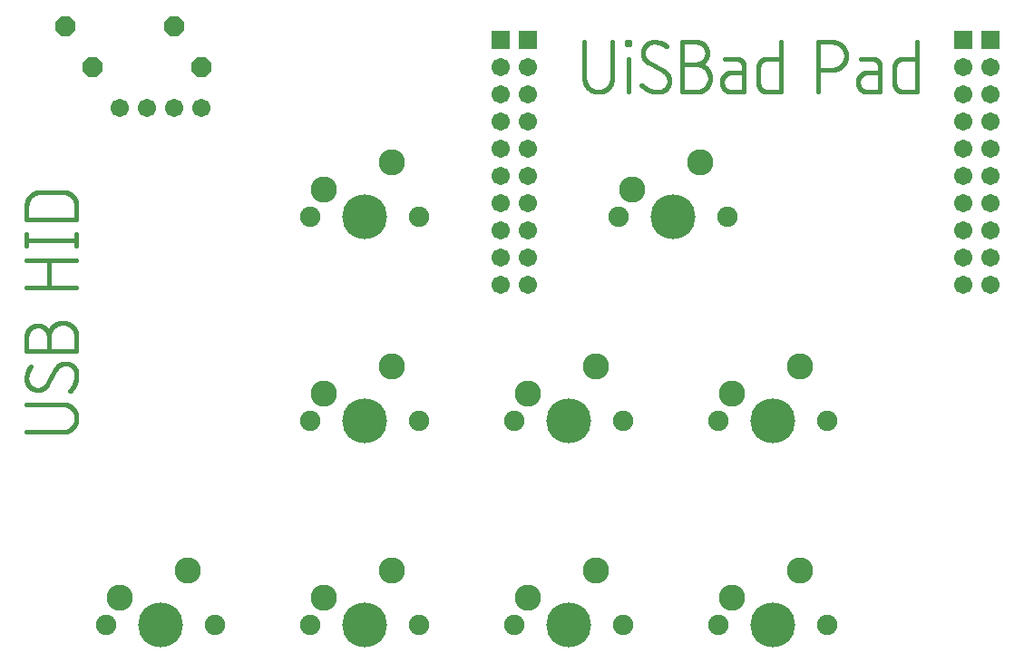
<source format=gbr>
G04 EAGLE Gerber RS-274X export*
G75*
%MOMM*%
%FSLAX34Y34*%
%LPD*%
%INSoldermask Top*%
%IPPOS*%
%AMOC8*
5,1,8,0,0,1.08239X$1,22.5*%
G01*
%ADD10C,0.406400*%
%ADD11C,2.451100*%
%ADD12C,4.191000*%
%ADD13C,1.905000*%
%ADD14P,2.034460X8X202.500000*%
%ADD15R,1.711200X1.711200*%
%ADD16C,1.711200*%


D10*
X548132Y696468D02*
X548132Y662714D01*
X548136Y662398D01*
X548147Y662082D01*
X548167Y661766D01*
X548194Y661451D01*
X548228Y661137D01*
X548270Y660824D01*
X548320Y660512D01*
X548378Y660201D01*
X548443Y659891D01*
X548515Y659584D01*
X548595Y659278D01*
X548682Y658974D01*
X548777Y658672D01*
X548879Y658373D01*
X548989Y658076D01*
X549105Y657783D01*
X549229Y657492D01*
X549359Y657204D01*
X549497Y656919D01*
X549642Y656638D01*
X549793Y656360D01*
X549951Y656087D01*
X550116Y655817D01*
X550287Y655551D01*
X550465Y655289D01*
X550649Y655032D01*
X550839Y654780D01*
X551035Y654532D01*
X551237Y654289D01*
X551445Y654051D01*
X551659Y653818D01*
X551879Y653590D01*
X552104Y653368D01*
X552334Y653152D01*
X552569Y652941D01*
X552810Y652735D01*
X553055Y652536D01*
X553305Y652343D01*
X553560Y652156D01*
X553820Y651975D01*
X554083Y651801D01*
X554351Y651633D01*
X554623Y651471D01*
X554899Y651317D01*
X555178Y651169D01*
X555461Y651027D01*
X555747Y650893D01*
X556037Y650766D01*
X556329Y650646D01*
X556624Y650533D01*
X556922Y650427D01*
X557223Y650329D01*
X557526Y650238D01*
X557830Y650154D01*
X558137Y650078D01*
X558446Y650009D01*
X558756Y649948D01*
X559068Y649894D01*
X559380Y649848D01*
X559694Y649810D01*
X560009Y649779D01*
X560324Y649756D01*
X560640Y649741D01*
X560956Y649733D01*
X561272Y649733D01*
X561588Y649741D01*
X561904Y649756D01*
X562219Y649779D01*
X562534Y649810D01*
X562848Y649848D01*
X563160Y649894D01*
X563472Y649948D01*
X563782Y650009D01*
X564091Y650078D01*
X564398Y650154D01*
X564702Y650238D01*
X565005Y650329D01*
X565306Y650427D01*
X565604Y650533D01*
X565899Y650646D01*
X566191Y650766D01*
X566481Y650893D01*
X566767Y651027D01*
X567050Y651169D01*
X567329Y651317D01*
X567605Y651471D01*
X567877Y651633D01*
X568145Y651801D01*
X568408Y651975D01*
X568668Y652156D01*
X568923Y652343D01*
X569173Y652536D01*
X569418Y652735D01*
X569659Y652941D01*
X569894Y653152D01*
X570124Y653368D01*
X570349Y653590D01*
X570569Y653818D01*
X570783Y654051D01*
X570991Y654289D01*
X571193Y654532D01*
X571389Y654780D01*
X571579Y655032D01*
X571763Y655289D01*
X571941Y655551D01*
X572112Y655817D01*
X572277Y656087D01*
X572435Y656360D01*
X572586Y656638D01*
X572731Y656919D01*
X572869Y657204D01*
X572999Y657492D01*
X573123Y657783D01*
X573239Y658076D01*
X573349Y658373D01*
X573451Y658672D01*
X573546Y658974D01*
X573633Y659278D01*
X573713Y659584D01*
X573785Y659891D01*
X573850Y660201D01*
X573908Y660512D01*
X573958Y660824D01*
X574000Y661137D01*
X574034Y661451D01*
X574061Y661766D01*
X574081Y662082D01*
X574092Y662398D01*
X574096Y662714D01*
X574096Y696468D01*
X589054Y680889D02*
X589054Y649732D01*
X587756Y693872D02*
X587756Y696468D01*
X590352Y696468D01*
X590352Y693872D01*
X587756Y693872D01*
X627437Y660118D02*
X627434Y659867D01*
X627425Y659616D01*
X627410Y659366D01*
X627389Y659116D01*
X627361Y658866D01*
X627328Y658617D01*
X627289Y658369D01*
X627244Y658123D01*
X627192Y657877D01*
X627135Y657632D01*
X627072Y657390D01*
X627003Y657148D01*
X626929Y656909D01*
X626848Y656671D01*
X626762Y656435D01*
X626670Y656201D01*
X626573Y655970D01*
X626470Y655741D01*
X626361Y655515D01*
X626247Y655291D01*
X626128Y655071D01*
X626003Y654853D01*
X625874Y654638D01*
X625739Y654426D01*
X625599Y654218D01*
X625453Y654013D01*
X625303Y653812D01*
X625149Y653614D01*
X624989Y653421D01*
X624825Y653231D01*
X624656Y653045D01*
X624483Y652863D01*
X624306Y652686D01*
X624124Y652513D01*
X623938Y652344D01*
X623748Y652180D01*
X623555Y652020D01*
X623357Y651866D01*
X623156Y651716D01*
X622951Y651570D01*
X622743Y651430D01*
X622531Y651295D01*
X622316Y651166D01*
X622098Y651041D01*
X621878Y650922D01*
X621654Y650808D01*
X621428Y650699D01*
X621199Y650596D01*
X620968Y650499D01*
X620734Y650407D01*
X620498Y650321D01*
X620260Y650240D01*
X620021Y650166D01*
X619779Y650097D01*
X619537Y650034D01*
X619292Y649977D01*
X619046Y649925D01*
X618800Y649880D01*
X618552Y649841D01*
X618303Y649808D01*
X618053Y649780D01*
X617803Y649759D01*
X617553Y649744D01*
X617302Y649735D01*
X617051Y649732D01*
X616526Y649738D01*
X616001Y649757D01*
X615477Y649788D01*
X614954Y649832D01*
X614433Y649889D01*
X613912Y649958D01*
X613393Y650039D01*
X612877Y650133D01*
X612363Y650239D01*
X611851Y650357D01*
X611343Y650488D01*
X610838Y650630D01*
X610336Y650785D01*
X609838Y650951D01*
X609345Y651130D01*
X608855Y651320D01*
X608371Y651522D01*
X607891Y651736D01*
X607417Y651960D01*
X606948Y652196D01*
X606485Y652444D01*
X606028Y652702D01*
X605577Y652971D01*
X605133Y653251D01*
X604696Y653541D01*
X604266Y653842D01*
X603843Y654153D01*
X603427Y654474D01*
X603020Y654805D01*
X602620Y655146D01*
X602229Y655496D01*
X601846Y655855D01*
X601472Y656223D01*
X602770Y686082D02*
X602773Y686333D01*
X602782Y686584D01*
X602797Y686834D01*
X602818Y687084D01*
X602846Y687334D01*
X602879Y687583D01*
X602918Y687831D01*
X602963Y688077D01*
X603015Y688323D01*
X603072Y688568D01*
X603135Y688810D01*
X603204Y689052D01*
X603278Y689291D01*
X603359Y689529D01*
X603445Y689765D01*
X603537Y689999D01*
X603634Y690230D01*
X603737Y690459D01*
X603846Y690685D01*
X603960Y690909D01*
X604079Y691129D01*
X604204Y691347D01*
X604333Y691562D01*
X604468Y691774D01*
X604608Y691982D01*
X604754Y692187D01*
X604904Y692388D01*
X605058Y692586D01*
X605218Y692779D01*
X605382Y692969D01*
X605551Y693155D01*
X605724Y693337D01*
X605901Y693514D01*
X606083Y693687D01*
X606269Y693856D01*
X606459Y694020D01*
X606652Y694180D01*
X606850Y694334D01*
X607051Y694484D01*
X607256Y694630D01*
X607464Y694770D01*
X607676Y694905D01*
X607891Y695034D01*
X608109Y695159D01*
X608329Y695278D01*
X608553Y695392D01*
X608779Y695501D01*
X609008Y695604D01*
X609240Y695701D01*
X609473Y695793D01*
X609709Y695879D01*
X609947Y695960D01*
X610186Y696034D01*
X610428Y696103D01*
X610670Y696166D01*
X610915Y696223D01*
X611161Y696275D01*
X611407Y696320D01*
X611655Y696359D01*
X611904Y696392D01*
X612154Y696420D01*
X612404Y696441D01*
X612654Y696456D01*
X612905Y696465D01*
X613156Y696468D01*
X613620Y696462D01*
X614084Y696446D01*
X614547Y696418D01*
X615010Y696380D01*
X615471Y696330D01*
X615931Y696269D01*
X616390Y696198D01*
X616846Y696115D01*
X617301Y696022D01*
X617753Y695918D01*
X618203Y695803D01*
X618650Y695677D01*
X619093Y695541D01*
X619534Y695394D01*
X619970Y695237D01*
X620403Y695069D01*
X620832Y694891D01*
X621256Y694703D01*
X621676Y694505D01*
X622091Y694297D01*
X622500Y694079D01*
X622905Y693852D01*
X623304Y693615D01*
X623697Y693368D01*
X624084Y693112D01*
X624465Y692847D01*
X624840Y692573D01*
X607963Y676995D02*
X607745Y677126D01*
X607530Y677264D01*
X607319Y677406D01*
X607111Y677553D01*
X606907Y677706D01*
X606707Y677863D01*
X606510Y678025D01*
X606318Y678192D01*
X606129Y678363D01*
X605945Y678539D01*
X605765Y678719D01*
X605590Y678903D01*
X605419Y679092D01*
X605252Y679285D01*
X605090Y679482D01*
X604933Y679682D01*
X604781Y679886D01*
X604634Y680094D01*
X604492Y680306D01*
X604355Y680521D01*
X604224Y680739D01*
X604097Y680960D01*
X603976Y681184D01*
X603861Y681411D01*
X603751Y681640D01*
X603646Y681873D01*
X603547Y682108D01*
X603454Y682345D01*
X603367Y682584D01*
X603285Y682825D01*
X603210Y683068D01*
X603140Y683313D01*
X603076Y683560D01*
X603018Y683808D01*
X602966Y684057D01*
X602920Y684308D01*
X602881Y684559D01*
X602847Y684812D01*
X602819Y685065D01*
X602798Y685319D01*
X602782Y685573D01*
X602773Y685827D01*
X602770Y686082D01*
X622243Y669206D02*
X622461Y669074D01*
X622676Y668936D01*
X622887Y668794D01*
X623095Y668647D01*
X623299Y668494D01*
X623499Y668337D01*
X623696Y668175D01*
X623888Y668008D01*
X624077Y667837D01*
X624261Y667661D01*
X624441Y667481D01*
X624616Y667297D01*
X624787Y667108D01*
X624954Y666915D01*
X625116Y666718D01*
X625273Y666518D01*
X625425Y666314D01*
X625572Y666106D01*
X625714Y665894D01*
X625851Y665679D01*
X625982Y665461D01*
X626109Y665240D01*
X626230Y665016D01*
X626345Y664789D01*
X626455Y664560D01*
X626560Y664327D01*
X626659Y664093D01*
X626752Y663855D01*
X626839Y663616D01*
X626921Y663375D01*
X626996Y663132D01*
X627066Y662887D01*
X627130Y662640D01*
X627188Y662392D01*
X627240Y662143D01*
X627286Y661892D01*
X627325Y661641D01*
X627359Y661388D01*
X627387Y661135D01*
X627408Y660881D01*
X627424Y660627D01*
X627433Y660373D01*
X627436Y660118D01*
X622244Y669205D02*
X607963Y676995D01*
X639478Y675696D02*
X652460Y675696D01*
X652776Y675692D01*
X653092Y675681D01*
X653408Y675661D01*
X653723Y675634D01*
X654037Y675600D01*
X654350Y675558D01*
X654662Y675508D01*
X654973Y675450D01*
X655283Y675385D01*
X655590Y675313D01*
X655896Y675233D01*
X656200Y675146D01*
X656502Y675051D01*
X656801Y674949D01*
X657098Y674839D01*
X657391Y674723D01*
X657682Y674599D01*
X657970Y674469D01*
X658255Y674331D01*
X658536Y674186D01*
X658814Y674035D01*
X659087Y673877D01*
X659357Y673712D01*
X659623Y673541D01*
X659885Y673363D01*
X660142Y673179D01*
X660394Y672989D01*
X660642Y672793D01*
X660885Y672591D01*
X661123Y672383D01*
X661356Y672169D01*
X661584Y671949D01*
X661806Y671724D01*
X662022Y671494D01*
X662233Y671259D01*
X662439Y671018D01*
X662638Y670773D01*
X662831Y670523D01*
X663018Y670268D01*
X663199Y670008D01*
X663373Y669745D01*
X663541Y669477D01*
X663703Y669205D01*
X663857Y668929D01*
X664005Y668650D01*
X664147Y668367D01*
X664281Y668081D01*
X664408Y667791D01*
X664528Y667499D01*
X664641Y667204D01*
X664747Y666906D01*
X664845Y666605D01*
X664936Y666302D01*
X665020Y665998D01*
X665096Y665691D01*
X665165Y665382D01*
X665226Y665072D01*
X665280Y664760D01*
X665326Y664448D01*
X665364Y664134D01*
X665395Y663819D01*
X665418Y663504D01*
X665433Y663188D01*
X665441Y662872D01*
X665441Y662556D01*
X665433Y662240D01*
X665418Y661924D01*
X665395Y661609D01*
X665364Y661294D01*
X665326Y660980D01*
X665280Y660668D01*
X665226Y660356D01*
X665165Y660046D01*
X665096Y659737D01*
X665020Y659430D01*
X664936Y659126D01*
X664845Y658823D01*
X664747Y658522D01*
X664641Y658224D01*
X664528Y657929D01*
X664408Y657637D01*
X664281Y657347D01*
X664147Y657061D01*
X664005Y656778D01*
X663857Y656499D01*
X663703Y656223D01*
X663541Y655951D01*
X663373Y655683D01*
X663199Y655420D01*
X663018Y655160D01*
X662831Y654905D01*
X662638Y654655D01*
X662439Y654410D01*
X662233Y654169D01*
X662022Y653934D01*
X661806Y653704D01*
X661584Y653479D01*
X661356Y653259D01*
X661123Y653045D01*
X660885Y652837D01*
X660642Y652635D01*
X660394Y652439D01*
X660142Y652249D01*
X659885Y652065D01*
X659623Y651887D01*
X659357Y651716D01*
X659087Y651551D01*
X658814Y651393D01*
X658536Y651242D01*
X658255Y651097D01*
X657970Y650959D01*
X657682Y650829D01*
X657391Y650705D01*
X657098Y650589D01*
X656801Y650479D01*
X656502Y650377D01*
X656200Y650282D01*
X655896Y650195D01*
X655590Y650115D01*
X655283Y650043D01*
X654973Y649978D01*
X654662Y649920D01*
X654350Y649870D01*
X654037Y649828D01*
X653723Y649794D01*
X653408Y649767D01*
X653092Y649747D01*
X652776Y649736D01*
X652460Y649732D01*
X639478Y649732D01*
X639478Y696468D01*
X652460Y696468D01*
X652713Y696465D01*
X652966Y696456D01*
X653218Y696440D01*
X653470Y696419D01*
X653722Y696391D01*
X653972Y696357D01*
X654222Y696317D01*
X654471Y696272D01*
X654718Y696220D01*
X654964Y696162D01*
X655209Y696098D01*
X655452Y696028D01*
X655693Y695952D01*
X655933Y695870D01*
X656170Y695783D01*
X656405Y695689D01*
X656638Y695591D01*
X656868Y695486D01*
X657096Y695376D01*
X657321Y695260D01*
X657543Y695139D01*
X657762Y695013D01*
X657978Y694881D01*
X658191Y694744D01*
X658400Y694602D01*
X658606Y694455D01*
X658808Y694302D01*
X659006Y694145D01*
X659200Y693984D01*
X659391Y693817D01*
X659577Y693646D01*
X659759Y693471D01*
X659937Y693291D01*
X660110Y693106D01*
X660279Y692918D01*
X660443Y692726D01*
X660603Y692529D01*
X660757Y692329D01*
X660907Y692125D01*
X661051Y691918D01*
X661191Y691707D01*
X661325Y691492D01*
X661455Y691275D01*
X661578Y691054D01*
X661697Y690831D01*
X661810Y690605D01*
X661917Y690376D01*
X662019Y690144D01*
X662115Y689910D01*
X662205Y689674D01*
X662290Y689435D01*
X662368Y689195D01*
X662441Y688953D01*
X662508Y688709D01*
X662569Y688464D01*
X662624Y688217D01*
X662673Y687968D01*
X662716Y687719D01*
X662753Y687469D01*
X662784Y687218D01*
X662808Y686966D01*
X662827Y686714D01*
X662839Y686461D01*
X662845Y686208D01*
X662845Y685956D01*
X662839Y685703D01*
X662827Y685450D01*
X662808Y685198D01*
X662784Y684946D01*
X662753Y684695D01*
X662716Y684445D01*
X662673Y684196D01*
X662624Y683947D01*
X662569Y683700D01*
X662508Y683455D01*
X662441Y683211D01*
X662368Y682969D01*
X662290Y682729D01*
X662205Y682490D01*
X662115Y682254D01*
X662019Y682020D01*
X661917Y681788D01*
X661810Y681559D01*
X661697Y681333D01*
X661578Y681110D01*
X661455Y680889D01*
X661325Y680672D01*
X661191Y680457D01*
X661051Y680246D01*
X660907Y680039D01*
X660757Y679835D01*
X660603Y679635D01*
X660443Y679438D01*
X660279Y679246D01*
X660110Y679058D01*
X659937Y678873D01*
X659759Y678693D01*
X659577Y678518D01*
X659391Y678347D01*
X659200Y678180D01*
X659006Y678019D01*
X658808Y677862D01*
X658606Y677709D01*
X658400Y677562D01*
X658191Y677420D01*
X657978Y677283D01*
X657762Y677151D01*
X657543Y677025D01*
X657321Y676904D01*
X657096Y676788D01*
X656868Y676678D01*
X656638Y676573D01*
X656405Y676475D01*
X656170Y676381D01*
X655933Y676294D01*
X655693Y676212D01*
X655452Y676136D01*
X655209Y676066D01*
X654964Y676002D01*
X654718Y675944D01*
X654471Y675892D01*
X654222Y675847D01*
X653972Y675807D01*
X653722Y675773D01*
X653470Y675745D01*
X653218Y675724D01*
X652966Y675708D01*
X652713Y675699D01*
X652460Y675696D01*
X685578Y667907D02*
X697262Y667907D01*
X685578Y667908D02*
X685357Y667905D01*
X685136Y667897D01*
X684915Y667884D01*
X684694Y667865D01*
X684474Y667841D01*
X684255Y667811D01*
X684036Y667776D01*
X683819Y667736D01*
X683602Y667691D01*
X683387Y667640D01*
X683172Y667584D01*
X682960Y667523D01*
X682749Y667456D01*
X682539Y667385D01*
X682331Y667308D01*
X682126Y667227D01*
X681922Y667140D01*
X681721Y667049D01*
X681521Y666952D01*
X681324Y666851D01*
X681130Y666745D01*
X680939Y666635D01*
X680750Y666519D01*
X680564Y666399D01*
X680380Y666275D01*
X680200Y666146D01*
X680024Y666013D01*
X679850Y665876D01*
X679680Y665734D01*
X679513Y665588D01*
X679350Y665439D01*
X679191Y665285D01*
X679036Y665128D01*
X678884Y664967D01*
X678736Y664802D01*
X678593Y664633D01*
X678453Y664462D01*
X678318Y664286D01*
X678187Y664108D01*
X678060Y663926D01*
X677938Y663742D01*
X677821Y663554D01*
X677708Y663364D01*
X677599Y663171D01*
X677496Y662975D01*
X677397Y662777D01*
X677303Y662577D01*
X677214Y662374D01*
X677130Y662170D01*
X677051Y661963D01*
X676977Y661754D01*
X676908Y661544D01*
X676844Y661332D01*
X676786Y661119D01*
X676732Y660904D01*
X676684Y660688D01*
X676641Y660471D01*
X676604Y660253D01*
X676571Y660034D01*
X676545Y659814D01*
X676523Y659594D01*
X676507Y659373D01*
X676496Y659152D01*
X676491Y658931D01*
X676491Y658709D01*
X676496Y658488D01*
X676507Y658267D01*
X676523Y658046D01*
X676545Y657826D01*
X676571Y657606D01*
X676604Y657387D01*
X676641Y657169D01*
X676684Y656952D01*
X676732Y656736D01*
X676786Y656521D01*
X676844Y656308D01*
X676908Y656096D01*
X676977Y655886D01*
X677051Y655677D01*
X677130Y655470D01*
X677214Y655266D01*
X677303Y655063D01*
X677397Y654863D01*
X677496Y654665D01*
X677599Y654469D01*
X677708Y654276D01*
X677821Y654086D01*
X677938Y653898D01*
X678060Y653714D01*
X678187Y653532D01*
X678318Y653354D01*
X678453Y653178D01*
X678593Y653007D01*
X678736Y652838D01*
X678884Y652673D01*
X679036Y652512D01*
X679191Y652355D01*
X679350Y652201D01*
X679513Y652052D01*
X679680Y651906D01*
X679850Y651764D01*
X680024Y651627D01*
X680200Y651494D01*
X680380Y651365D01*
X680564Y651241D01*
X680750Y651121D01*
X680939Y651005D01*
X681130Y650895D01*
X681324Y650789D01*
X681521Y650688D01*
X681721Y650591D01*
X681922Y650500D01*
X682126Y650413D01*
X682331Y650332D01*
X682539Y650255D01*
X682749Y650184D01*
X682960Y650117D01*
X683172Y650056D01*
X683387Y650000D01*
X683602Y649949D01*
X683819Y649904D01*
X684036Y649864D01*
X684255Y649829D01*
X684474Y649799D01*
X684694Y649775D01*
X684915Y649756D01*
X685136Y649743D01*
X685357Y649735D01*
X685578Y649732D01*
X697262Y649732D01*
X697262Y673100D01*
X697260Y673288D01*
X697253Y673476D01*
X697242Y673664D01*
X697226Y673852D01*
X697205Y674039D01*
X697180Y674225D01*
X697151Y674411D01*
X697117Y674596D01*
X697078Y674781D01*
X697036Y674964D01*
X696988Y675146D01*
X696937Y675327D01*
X696881Y675507D01*
X696820Y675685D01*
X696756Y675862D01*
X696687Y676037D01*
X696614Y676211D01*
X696537Y676382D01*
X696455Y676552D01*
X696370Y676720D01*
X696280Y676885D01*
X696187Y677049D01*
X696090Y677210D01*
X695988Y677368D01*
X695883Y677525D01*
X695774Y677678D01*
X695662Y677829D01*
X695546Y677977D01*
X695426Y678123D01*
X695303Y678265D01*
X695177Y678404D01*
X695047Y678541D01*
X694914Y678674D01*
X694777Y678804D01*
X694638Y678930D01*
X694496Y679053D01*
X694350Y679173D01*
X694202Y679289D01*
X694051Y679401D01*
X693898Y679510D01*
X693741Y679615D01*
X693583Y679717D01*
X693422Y679814D01*
X693258Y679907D01*
X693093Y679997D01*
X692925Y680082D01*
X692755Y680164D01*
X692584Y680241D01*
X692410Y680314D01*
X692235Y680383D01*
X692058Y680447D01*
X691880Y680508D01*
X691700Y680564D01*
X691519Y680615D01*
X691337Y680663D01*
X691154Y680705D01*
X690969Y680744D01*
X690784Y680778D01*
X690598Y680807D01*
X690412Y680832D01*
X690225Y680853D01*
X690037Y680869D01*
X689849Y680880D01*
X689661Y680887D01*
X689473Y680889D01*
X679087Y680889D01*
X731552Y696468D02*
X731552Y649732D01*
X718570Y649732D01*
X718382Y649734D01*
X718194Y649741D01*
X718006Y649752D01*
X717818Y649768D01*
X717631Y649789D01*
X717445Y649814D01*
X717259Y649843D01*
X717074Y649877D01*
X716889Y649916D01*
X716706Y649958D01*
X716524Y650006D01*
X716343Y650057D01*
X716163Y650113D01*
X715985Y650174D01*
X715808Y650238D01*
X715633Y650307D01*
X715459Y650380D01*
X715288Y650457D01*
X715118Y650539D01*
X714950Y650624D01*
X714785Y650714D01*
X714621Y650807D01*
X714460Y650904D01*
X714302Y651006D01*
X714145Y651111D01*
X713992Y651220D01*
X713841Y651332D01*
X713693Y651448D01*
X713547Y651568D01*
X713405Y651691D01*
X713266Y651817D01*
X713129Y651947D01*
X712996Y652080D01*
X712866Y652217D01*
X712740Y652356D01*
X712617Y652498D01*
X712497Y652644D01*
X712381Y652792D01*
X712269Y652943D01*
X712160Y653096D01*
X712055Y653253D01*
X711953Y653411D01*
X711856Y653572D01*
X711763Y653736D01*
X711673Y653901D01*
X711588Y654069D01*
X711506Y654239D01*
X711429Y654410D01*
X711356Y654584D01*
X711287Y654759D01*
X711223Y654936D01*
X711162Y655114D01*
X711106Y655294D01*
X711055Y655475D01*
X711007Y655657D01*
X710965Y655840D01*
X710926Y656025D01*
X710892Y656210D01*
X710863Y656396D01*
X710838Y656582D01*
X710817Y656769D01*
X710801Y656957D01*
X710790Y657145D01*
X710783Y657333D01*
X710781Y657521D01*
X710781Y673100D01*
X710783Y673288D01*
X710790Y673476D01*
X710801Y673664D01*
X710817Y673852D01*
X710838Y674039D01*
X710863Y674225D01*
X710892Y674411D01*
X710926Y674596D01*
X710965Y674781D01*
X711007Y674964D01*
X711055Y675146D01*
X711106Y675327D01*
X711162Y675507D01*
X711223Y675685D01*
X711287Y675862D01*
X711356Y676037D01*
X711429Y676211D01*
X711506Y676382D01*
X711588Y676552D01*
X711673Y676720D01*
X711763Y676885D01*
X711856Y677049D01*
X711953Y677210D01*
X712055Y677368D01*
X712160Y677525D01*
X712269Y677678D01*
X712381Y677829D01*
X712497Y677977D01*
X712617Y678123D01*
X712740Y678265D01*
X712866Y678404D01*
X712996Y678541D01*
X713129Y678674D01*
X713266Y678804D01*
X713405Y678930D01*
X713547Y679053D01*
X713693Y679173D01*
X713841Y679289D01*
X713992Y679401D01*
X714145Y679510D01*
X714302Y679615D01*
X714460Y679717D01*
X714621Y679814D01*
X714785Y679907D01*
X714950Y679997D01*
X715118Y680082D01*
X715288Y680164D01*
X715459Y680241D01*
X715633Y680314D01*
X715808Y680383D01*
X715985Y680447D01*
X716163Y680508D01*
X716343Y680564D01*
X716524Y680615D01*
X716706Y680663D01*
X716889Y680705D01*
X717074Y680744D01*
X717259Y680778D01*
X717445Y680807D01*
X717631Y680832D01*
X717818Y680853D01*
X718006Y680869D01*
X718194Y680880D01*
X718382Y680887D01*
X718570Y680889D01*
X731552Y680889D01*
X766478Y696468D02*
X766478Y649732D01*
X766478Y696468D02*
X779460Y696468D01*
X779776Y696464D01*
X780092Y696453D01*
X780408Y696433D01*
X780723Y696406D01*
X781037Y696372D01*
X781350Y696330D01*
X781662Y696280D01*
X781973Y696222D01*
X782283Y696157D01*
X782590Y696085D01*
X782896Y696005D01*
X783200Y695918D01*
X783502Y695823D01*
X783801Y695721D01*
X784098Y695611D01*
X784391Y695495D01*
X784682Y695371D01*
X784970Y695241D01*
X785255Y695103D01*
X785536Y694958D01*
X785814Y694807D01*
X786087Y694649D01*
X786357Y694484D01*
X786623Y694313D01*
X786885Y694135D01*
X787142Y693951D01*
X787394Y693761D01*
X787642Y693565D01*
X787885Y693363D01*
X788123Y693155D01*
X788356Y692941D01*
X788584Y692721D01*
X788806Y692496D01*
X789022Y692266D01*
X789233Y692031D01*
X789439Y691790D01*
X789638Y691545D01*
X789831Y691295D01*
X790018Y691040D01*
X790199Y690780D01*
X790373Y690517D01*
X790541Y690249D01*
X790703Y689977D01*
X790857Y689701D01*
X791005Y689422D01*
X791147Y689139D01*
X791281Y688853D01*
X791408Y688563D01*
X791528Y688271D01*
X791641Y687976D01*
X791747Y687678D01*
X791845Y687377D01*
X791936Y687074D01*
X792020Y686770D01*
X792096Y686463D01*
X792165Y686154D01*
X792226Y685844D01*
X792280Y685532D01*
X792326Y685220D01*
X792364Y684906D01*
X792395Y684591D01*
X792418Y684276D01*
X792433Y683960D01*
X792441Y683644D01*
X792441Y683328D01*
X792433Y683012D01*
X792418Y682696D01*
X792395Y682381D01*
X792364Y682066D01*
X792326Y681752D01*
X792280Y681440D01*
X792226Y681128D01*
X792165Y680818D01*
X792096Y680509D01*
X792020Y680202D01*
X791936Y679898D01*
X791845Y679595D01*
X791747Y679294D01*
X791641Y678996D01*
X791528Y678701D01*
X791408Y678409D01*
X791281Y678119D01*
X791147Y677833D01*
X791005Y677550D01*
X790857Y677271D01*
X790703Y676995D01*
X790541Y676723D01*
X790373Y676455D01*
X790199Y676192D01*
X790018Y675932D01*
X789831Y675677D01*
X789638Y675427D01*
X789439Y675182D01*
X789233Y674941D01*
X789022Y674706D01*
X788806Y674476D01*
X788584Y674251D01*
X788356Y674031D01*
X788123Y673817D01*
X787885Y673609D01*
X787642Y673407D01*
X787394Y673211D01*
X787142Y673021D01*
X786885Y672837D01*
X786623Y672659D01*
X786357Y672488D01*
X786087Y672323D01*
X785814Y672165D01*
X785536Y672014D01*
X785255Y671869D01*
X784970Y671731D01*
X784682Y671601D01*
X784391Y671477D01*
X784098Y671361D01*
X783801Y671251D01*
X783502Y671149D01*
X783200Y671054D01*
X782896Y670967D01*
X782590Y670887D01*
X782283Y670815D01*
X781973Y670750D01*
X781662Y670692D01*
X781350Y670642D01*
X781037Y670600D01*
X780723Y670566D01*
X780408Y670539D01*
X780092Y670519D01*
X779776Y670508D01*
X779460Y670504D01*
X766478Y670504D01*
X812578Y667907D02*
X824262Y667907D01*
X812578Y667908D02*
X812357Y667905D01*
X812136Y667897D01*
X811915Y667884D01*
X811694Y667865D01*
X811474Y667841D01*
X811255Y667811D01*
X811036Y667776D01*
X810819Y667736D01*
X810602Y667691D01*
X810387Y667640D01*
X810172Y667584D01*
X809960Y667523D01*
X809749Y667456D01*
X809539Y667385D01*
X809331Y667308D01*
X809126Y667227D01*
X808922Y667140D01*
X808721Y667049D01*
X808521Y666952D01*
X808324Y666851D01*
X808130Y666745D01*
X807939Y666635D01*
X807750Y666519D01*
X807564Y666399D01*
X807380Y666275D01*
X807200Y666146D01*
X807024Y666013D01*
X806850Y665876D01*
X806680Y665734D01*
X806513Y665588D01*
X806350Y665439D01*
X806191Y665285D01*
X806036Y665128D01*
X805884Y664967D01*
X805736Y664802D01*
X805593Y664633D01*
X805453Y664462D01*
X805318Y664286D01*
X805187Y664108D01*
X805060Y663926D01*
X804938Y663742D01*
X804821Y663554D01*
X804708Y663364D01*
X804599Y663171D01*
X804496Y662975D01*
X804397Y662777D01*
X804303Y662577D01*
X804214Y662374D01*
X804130Y662170D01*
X804051Y661963D01*
X803977Y661754D01*
X803908Y661544D01*
X803844Y661332D01*
X803786Y661119D01*
X803732Y660904D01*
X803684Y660688D01*
X803641Y660471D01*
X803604Y660253D01*
X803571Y660034D01*
X803545Y659814D01*
X803523Y659594D01*
X803507Y659373D01*
X803496Y659152D01*
X803491Y658931D01*
X803491Y658709D01*
X803496Y658488D01*
X803507Y658267D01*
X803523Y658046D01*
X803545Y657826D01*
X803571Y657606D01*
X803604Y657387D01*
X803641Y657169D01*
X803684Y656952D01*
X803732Y656736D01*
X803786Y656521D01*
X803844Y656308D01*
X803908Y656096D01*
X803977Y655886D01*
X804051Y655677D01*
X804130Y655470D01*
X804214Y655266D01*
X804303Y655063D01*
X804397Y654863D01*
X804496Y654665D01*
X804599Y654469D01*
X804708Y654276D01*
X804821Y654086D01*
X804938Y653898D01*
X805060Y653714D01*
X805187Y653532D01*
X805318Y653354D01*
X805453Y653178D01*
X805593Y653007D01*
X805736Y652838D01*
X805884Y652673D01*
X806036Y652512D01*
X806191Y652355D01*
X806350Y652201D01*
X806513Y652052D01*
X806680Y651906D01*
X806850Y651764D01*
X807024Y651627D01*
X807200Y651494D01*
X807380Y651365D01*
X807564Y651241D01*
X807750Y651121D01*
X807939Y651005D01*
X808130Y650895D01*
X808324Y650789D01*
X808521Y650688D01*
X808721Y650591D01*
X808922Y650500D01*
X809126Y650413D01*
X809331Y650332D01*
X809539Y650255D01*
X809749Y650184D01*
X809960Y650117D01*
X810172Y650056D01*
X810387Y650000D01*
X810602Y649949D01*
X810819Y649904D01*
X811036Y649864D01*
X811255Y649829D01*
X811474Y649799D01*
X811694Y649775D01*
X811915Y649756D01*
X812136Y649743D01*
X812357Y649735D01*
X812578Y649732D01*
X824262Y649732D01*
X824262Y673100D01*
X824260Y673288D01*
X824253Y673476D01*
X824242Y673664D01*
X824226Y673852D01*
X824205Y674039D01*
X824180Y674225D01*
X824151Y674411D01*
X824117Y674596D01*
X824078Y674781D01*
X824036Y674964D01*
X823988Y675146D01*
X823937Y675327D01*
X823881Y675507D01*
X823820Y675685D01*
X823756Y675862D01*
X823687Y676037D01*
X823614Y676211D01*
X823537Y676382D01*
X823455Y676552D01*
X823370Y676720D01*
X823280Y676885D01*
X823187Y677049D01*
X823090Y677210D01*
X822988Y677368D01*
X822883Y677525D01*
X822774Y677678D01*
X822662Y677829D01*
X822546Y677977D01*
X822426Y678123D01*
X822303Y678265D01*
X822177Y678404D01*
X822047Y678541D01*
X821914Y678674D01*
X821777Y678804D01*
X821638Y678930D01*
X821496Y679053D01*
X821350Y679173D01*
X821202Y679289D01*
X821051Y679401D01*
X820898Y679510D01*
X820741Y679615D01*
X820583Y679717D01*
X820422Y679814D01*
X820258Y679907D01*
X820093Y679997D01*
X819925Y680082D01*
X819755Y680164D01*
X819584Y680241D01*
X819410Y680314D01*
X819235Y680383D01*
X819058Y680447D01*
X818880Y680508D01*
X818700Y680564D01*
X818519Y680615D01*
X818337Y680663D01*
X818154Y680705D01*
X817969Y680744D01*
X817784Y680778D01*
X817598Y680807D01*
X817412Y680832D01*
X817225Y680853D01*
X817037Y680869D01*
X816849Y680880D01*
X816661Y680887D01*
X816473Y680889D01*
X806087Y680889D01*
X858552Y696468D02*
X858552Y649732D01*
X845570Y649732D01*
X845382Y649734D01*
X845194Y649741D01*
X845006Y649752D01*
X844818Y649768D01*
X844631Y649789D01*
X844445Y649814D01*
X844259Y649843D01*
X844074Y649877D01*
X843889Y649916D01*
X843706Y649958D01*
X843524Y650006D01*
X843343Y650057D01*
X843163Y650113D01*
X842985Y650174D01*
X842808Y650238D01*
X842633Y650307D01*
X842459Y650380D01*
X842288Y650457D01*
X842118Y650539D01*
X841950Y650624D01*
X841785Y650714D01*
X841621Y650807D01*
X841460Y650904D01*
X841302Y651006D01*
X841145Y651111D01*
X840992Y651220D01*
X840841Y651332D01*
X840693Y651448D01*
X840547Y651568D01*
X840405Y651691D01*
X840266Y651817D01*
X840129Y651947D01*
X839996Y652080D01*
X839866Y652217D01*
X839740Y652356D01*
X839617Y652498D01*
X839497Y652644D01*
X839381Y652792D01*
X839269Y652943D01*
X839160Y653096D01*
X839055Y653253D01*
X838953Y653411D01*
X838856Y653572D01*
X838763Y653736D01*
X838673Y653901D01*
X838588Y654069D01*
X838506Y654239D01*
X838429Y654410D01*
X838356Y654584D01*
X838287Y654759D01*
X838223Y654936D01*
X838162Y655114D01*
X838106Y655294D01*
X838055Y655475D01*
X838007Y655657D01*
X837965Y655840D01*
X837926Y656025D01*
X837892Y656210D01*
X837863Y656396D01*
X837838Y656582D01*
X837817Y656769D01*
X837801Y656957D01*
X837790Y657145D01*
X837783Y657333D01*
X837781Y657521D01*
X837781Y673100D01*
X837783Y673288D01*
X837790Y673476D01*
X837801Y673664D01*
X837817Y673852D01*
X837838Y674039D01*
X837863Y674225D01*
X837892Y674411D01*
X837926Y674596D01*
X837965Y674781D01*
X838007Y674964D01*
X838055Y675146D01*
X838106Y675327D01*
X838162Y675507D01*
X838223Y675685D01*
X838287Y675862D01*
X838356Y676037D01*
X838429Y676211D01*
X838506Y676382D01*
X838588Y676552D01*
X838673Y676720D01*
X838763Y676885D01*
X838856Y677049D01*
X838953Y677210D01*
X839055Y677368D01*
X839160Y677525D01*
X839269Y677678D01*
X839381Y677829D01*
X839497Y677977D01*
X839617Y678123D01*
X839740Y678265D01*
X839866Y678404D01*
X839996Y678541D01*
X840129Y678674D01*
X840266Y678804D01*
X840405Y678930D01*
X840547Y679053D01*
X840693Y679173D01*
X840841Y679289D01*
X840992Y679401D01*
X841145Y679510D01*
X841302Y679615D01*
X841460Y679717D01*
X841621Y679814D01*
X841785Y679907D01*
X841950Y679997D01*
X842118Y680082D01*
X842288Y680164D01*
X842459Y680241D01*
X842633Y680314D01*
X842808Y680383D01*
X842985Y680447D01*
X843163Y680508D01*
X843343Y680564D01*
X843524Y680615D01*
X843706Y680663D01*
X843889Y680705D01*
X844074Y680744D01*
X844259Y680778D01*
X844445Y680807D01*
X844631Y680832D01*
X844818Y680853D01*
X845006Y680869D01*
X845194Y680880D01*
X845382Y680887D01*
X845570Y680889D01*
X858552Y680889D01*
X61186Y332232D02*
X27432Y332232D01*
X61186Y332232D02*
X61502Y332236D01*
X61818Y332247D01*
X62134Y332267D01*
X62449Y332294D01*
X62763Y332328D01*
X63076Y332370D01*
X63388Y332420D01*
X63699Y332478D01*
X64009Y332543D01*
X64316Y332615D01*
X64622Y332695D01*
X64926Y332782D01*
X65228Y332877D01*
X65527Y332979D01*
X65824Y333089D01*
X66117Y333205D01*
X66408Y333329D01*
X66696Y333459D01*
X66981Y333597D01*
X67262Y333742D01*
X67540Y333893D01*
X67813Y334051D01*
X68083Y334216D01*
X68349Y334387D01*
X68611Y334565D01*
X68868Y334749D01*
X69120Y334939D01*
X69368Y335135D01*
X69611Y335337D01*
X69849Y335545D01*
X70082Y335759D01*
X70310Y335979D01*
X70532Y336204D01*
X70748Y336434D01*
X70959Y336669D01*
X71165Y336910D01*
X71364Y337155D01*
X71557Y337405D01*
X71744Y337660D01*
X71925Y337920D01*
X72099Y338183D01*
X72267Y338451D01*
X72429Y338723D01*
X72583Y338999D01*
X72731Y339278D01*
X72873Y339561D01*
X73007Y339847D01*
X73134Y340137D01*
X73254Y340429D01*
X73367Y340724D01*
X73473Y341022D01*
X73571Y341323D01*
X73662Y341626D01*
X73746Y341930D01*
X73822Y342237D01*
X73891Y342546D01*
X73952Y342856D01*
X74006Y343168D01*
X74052Y343480D01*
X74090Y343794D01*
X74121Y344109D01*
X74144Y344424D01*
X74159Y344740D01*
X74167Y345056D01*
X74167Y345372D01*
X74159Y345688D01*
X74144Y346004D01*
X74121Y346319D01*
X74090Y346634D01*
X74052Y346948D01*
X74006Y347260D01*
X73952Y347572D01*
X73891Y347882D01*
X73822Y348191D01*
X73746Y348498D01*
X73662Y348802D01*
X73571Y349105D01*
X73473Y349406D01*
X73367Y349704D01*
X73254Y349999D01*
X73134Y350291D01*
X73007Y350581D01*
X72873Y350867D01*
X72731Y351150D01*
X72583Y351429D01*
X72429Y351705D01*
X72267Y351977D01*
X72099Y352245D01*
X71925Y352508D01*
X71744Y352768D01*
X71557Y353023D01*
X71364Y353273D01*
X71165Y353518D01*
X70959Y353759D01*
X70748Y353994D01*
X70532Y354224D01*
X70310Y354449D01*
X70082Y354669D01*
X69849Y354883D01*
X69611Y355091D01*
X69368Y355293D01*
X69120Y355489D01*
X68868Y355679D01*
X68611Y355863D01*
X68349Y356041D01*
X68083Y356212D01*
X67813Y356377D01*
X67540Y356535D01*
X67262Y356686D01*
X66981Y356831D01*
X66696Y356969D01*
X66408Y357099D01*
X66117Y357223D01*
X65824Y357339D01*
X65527Y357449D01*
X65228Y357551D01*
X64926Y357646D01*
X64622Y357733D01*
X64316Y357813D01*
X64009Y357885D01*
X63699Y357950D01*
X63388Y358008D01*
X63076Y358058D01*
X62763Y358100D01*
X62449Y358134D01*
X62134Y358161D01*
X61818Y358181D01*
X61502Y358192D01*
X61186Y358196D01*
X27432Y358196D01*
X63782Y396297D02*
X64033Y396294D01*
X64284Y396285D01*
X64534Y396270D01*
X64784Y396249D01*
X65034Y396221D01*
X65283Y396188D01*
X65531Y396149D01*
X65777Y396104D01*
X66023Y396052D01*
X66268Y395995D01*
X66510Y395932D01*
X66752Y395863D01*
X66991Y395789D01*
X67229Y395708D01*
X67465Y395622D01*
X67699Y395530D01*
X67930Y395433D01*
X68159Y395330D01*
X68385Y395221D01*
X68609Y395107D01*
X68829Y394988D01*
X69047Y394863D01*
X69262Y394734D01*
X69474Y394599D01*
X69682Y394459D01*
X69887Y394313D01*
X70088Y394163D01*
X70286Y394009D01*
X70479Y393849D01*
X70669Y393685D01*
X70855Y393516D01*
X71037Y393343D01*
X71214Y393166D01*
X71387Y392984D01*
X71556Y392798D01*
X71720Y392608D01*
X71880Y392415D01*
X72034Y392217D01*
X72184Y392016D01*
X72330Y391811D01*
X72470Y391603D01*
X72605Y391391D01*
X72734Y391176D01*
X72859Y390958D01*
X72978Y390738D01*
X73092Y390514D01*
X73201Y390288D01*
X73304Y390059D01*
X73401Y389828D01*
X73493Y389594D01*
X73579Y389358D01*
X73660Y389120D01*
X73734Y388881D01*
X73803Y388639D01*
X73866Y388397D01*
X73923Y388152D01*
X73975Y387906D01*
X74020Y387660D01*
X74059Y387412D01*
X74092Y387163D01*
X74120Y386913D01*
X74141Y386663D01*
X74156Y386413D01*
X74165Y386162D01*
X74168Y385911D01*
X74162Y385386D01*
X74143Y384861D01*
X74112Y384338D01*
X74068Y383814D01*
X74011Y383293D01*
X73942Y382772D01*
X73861Y382254D01*
X73767Y381737D01*
X73661Y381223D01*
X73543Y380711D01*
X73412Y380203D01*
X73270Y379698D01*
X73115Y379196D01*
X72949Y378698D01*
X72770Y378205D01*
X72580Y377715D01*
X72378Y377231D01*
X72164Y376751D01*
X71940Y376277D01*
X71704Y375808D01*
X71456Y375345D01*
X71198Y374888D01*
X70929Y374437D01*
X70649Y373993D01*
X70359Y373556D01*
X70058Y373126D01*
X69747Y372703D01*
X69426Y372288D01*
X69095Y371880D01*
X68754Y371480D01*
X68404Y371089D01*
X68045Y370706D01*
X67677Y370332D01*
X37818Y371630D02*
X37567Y371633D01*
X37316Y371642D01*
X37066Y371657D01*
X36816Y371678D01*
X36566Y371706D01*
X36317Y371739D01*
X36069Y371778D01*
X35823Y371823D01*
X35577Y371875D01*
X35332Y371932D01*
X35090Y371995D01*
X34848Y372064D01*
X34609Y372138D01*
X34371Y372219D01*
X34135Y372305D01*
X33901Y372397D01*
X33670Y372494D01*
X33441Y372597D01*
X33215Y372706D01*
X32991Y372820D01*
X32771Y372939D01*
X32553Y373064D01*
X32338Y373193D01*
X32126Y373328D01*
X31918Y373468D01*
X31713Y373614D01*
X31512Y373764D01*
X31314Y373918D01*
X31121Y374078D01*
X30931Y374242D01*
X30745Y374411D01*
X30563Y374584D01*
X30386Y374761D01*
X30213Y374943D01*
X30044Y375129D01*
X29880Y375319D01*
X29720Y375512D01*
X29566Y375710D01*
X29416Y375911D01*
X29270Y376116D01*
X29130Y376324D01*
X28995Y376536D01*
X28866Y376751D01*
X28741Y376969D01*
X28622Y377189D01*
X28508Y377413D01*
X28399Y377639D01*
X28296Y377868D01*
X28199Y378099D01*
X28107Y378333D01*
X28021Y378569D01*
X27940Y378807D01*
X27866Y379046D01*
X27797Y379288D01*
X27734Y379530D01*
X27677Y379775D01*
X27625Y380021D01*
X27580Y380267D01*
X27541Y380515D01*
X27508Y380764D01*
X27480Y381014D01*
X27459Y381264D01*
X27444Y381514D01*
X27435Y381765D01*
X27432Y382016D01*
X27438Y382480D01*
X27454Y382944D01*
X27482Y383407D01*
X27520Y383870D01*
X27570Y384331D01*
X27631Y384791D01*
X27702Y385250D01*
X27785Y385706D01*
X27878Y386161D01*
X27982Y386613D01*
X28097Y387063D01*
X28223Y387510D01*
X28359Y387953D01*
X28506Y388394D01*
X28663Y388830D01*
X28831Y389263D01*
X29009Y389692D01*
X29197Y390116D01*
X29395Y390536D01*
X29603Y390951D01*
X29821Y391360D01*
X30048Y391765D01*
X30285Y392164D01*
X30532Y392557D01*
X30788Y392944D01*
X31053Y393325D01*
X31327Y393700D01*
X46905Y376823D02*
X46774Y376605D01*
X46636Y376390D01*
X46494Y376179D01*
X46347Y375971D01*
X46194Y375767D01*
X46037Y375567D01*
X45875Y375370D01*
X45708Y375178D01*
X45537Y374989D01*
X45361Y374805D01*
X45181Y374625D01*
X44997Y374450D01*
X44808Y374279D01*
X44615Y374112D01*
X44418Y373950D01*
X44218Y373793D01*
X44014Y373641D01*
X43806Y373494D01*
X43594Y373352D01*
X43379Y373215D01*
X43161Y373084D01*
X42940Y372957D01*
X42716Y372836D01*
X42489Y372721D01*
X42260Y372611D01*
X42027Y372506D01*
X41792Y372407D01*
X41555Y372314D01*
X41316Y372227D01*
X41075Y372145D01*
X40832Y372070D01*
X40587Y372000D01*
X40340Y371936D01*
X40092Y371878D01*
X39843Y371826D01*
X39592Y371780D01*
X39341Y371741D01*
X39088Y371707D01*
X38835Y371679D01*
X38581Y371658D01*
X38327Y371642D01*
X38073Y371633D01*
X37818Y371630D01*
X54694Y391103D02*
X54826Y391321D01*
X54964Y391536D01*
X55106Y391747D01*
X55253Y391955D01*
X55406Y392159D01*
X55563Y392359D01*
X55725Y392556D01*
X55892Y392748D01*
X56063Y392937D01*
X56239Y393121D01*
X56419Y393301D01*
X56603Y393476D01*
X56792Y393647D01*
X56985Y393814D01*
X57182Y393976D01*
X57382Y394133D01*
X57586Y394285D01*
X57794Y394432D01*
X58006Y394574D01*
X58221Y394711D01*
X58439Y394842D01*
X58660Y394969D01*
X58884Y395090D01*
X59111Y395205D01*
X59340Y395315D01*
X59573Y395420D01*
X59807Y395519D01*
X60045Y395612D01*
X60284Y395699D01*
X60525Y395781D01*
X60768Y395856D01*
X61013Y395926D01*
X61260Y395990D01*
X61508Y396048D01*
X61757Y396100D01*
X62008Y396146D01*
X62259Y396185D01*
X62512Y396219D01*
X62765Y396247D01*
X63019Y396268D01*
X63273Y396284D01*
X63527Y396293D01*
X63782Y396296D01*
X54695Y391104D02*
X46905Y376823D01*
X48204Y408338D02*
X48204Y421320D01*
X48208Y421636D01*
X48219Y421952D01*
X48239Y422268D01*
X48266Y422583D01*
X48300Y422897D01*
X48342Y423210D01*
X48392Y423522D01*
X48450Y423833D01*
X48515Y424143D01*
X48587Y424450D01*
X48667Y424756D01*
X48754Y425060D01*
X48849Y425362D01*
X48951Y425661D01*
X49061Y425958D01*
X49177Y426251D01*
X49301Y426542D01*
X49431Y426830D01*
X49569Y427115D01*
X49714Y427396D01*
X49865Y427674D01*
X50023Y427947D01*
X50188Y428217D01*
X50359Y428483D01*
X50537Y428745D01*
X50721Y429002D01*
X50911Y429254D01*
X51107Y429502D01*
X51309Y429745D01*
X51517Y429983D01*
X51731Y430216D01*
X51951Y430444D01*
X52176Y430666D01*
X52406Y430882D01*
X52641Y431093D01*
X52882Y431299D01*
X53127Y431498D01*
X53377Y431691D01*
X53632Y431878D01*
X53892Y432059D01*
X54155Y432233D01*
X54423Y432401D01*
X54695Y432563D01*
X54971Y432717D01*
X55250Y432865D01*
X55533Y433007D01*
X55819Y433141D01*
X56109Y433268D01*
X56401Y433388D01*
X56696Y433501D01*
X56994Y433607D01*
X57295Y433705D01*
X57598Y433796D01*
X57902Y433880D01*
X58209Y433956D01*
X58518Y434025D01*
X58828Y434086D01*
X59140Y434140D01*
X59452Y434186D01*
X59766Y434224D01*
X60081Y434255D01*
X60396Y434278D01*
X60712Y434293D01*
X61028Y434301D01*
X61344Y434301D01*
X61660Y434293D01*
X61976Y434278D01*
X62291Y434255D01*
X62606Y434224D01*
X62920Y434186D01*
X63232Y434140D01*
X63544Y434086D01*
X63854Y434025D01*
X64163Y433956D01*
X64470Y433880D01*
X64774Y433796D01*
X65077Y433705D01*
X65378Y433607D01*
X65676Y433501D01*
X65971Y433388D01*
X66263Y433268D01*
X66553Y433141D01*
X66839Y433007D01*
X67122Y432865D01*
X67401Y432717D01*
X67677Y432563D01*
X67949Y432401D01*
X68217Y432233D01*
X68480Y432059D01*
X68740Y431878D01*
X68995Y431691D01*
X69245Y431498D01*
X69490Y431299D01*
X69731Y431093D01*
X69966Y430882D01*
X70196Y430666D01*
X70421Y430444D01*
X70641Y430216D01*
X70855Y429983D01*
X71063Y429745D01*
X71265Y429502D01*
X71461Y429254D01*
X71651Y429002D01*
X71835Y428745D01*
X72013Y428483D01*
X72184Y428217D01*
X72349Y427947D01*
X72507Y427674D01*
X72658Y427396D01*
X72803Y427115D01*
X72941Y426830D01*
X73071Y426542D01*
X73195Y426251D01*
X73311Y425958D01*
X73421Y425661D01*
X73523Y425362D01*
X73618Y425060D01*
X73705Y424756D01*
X73785Y424450D01*
X73857Y424143D01*
X73922Y423833D01*
X73980Y423522D01*
X74030Y423210D01*
X74072Y422897D01*
X74106Y422583D01*
X74133Y422268D01*
X74153Y421952D01*
X74164Y421636D01*
X74168Y421320D01*
X74168Y408338D01*
X27432Y408338D01*
X27432Y421320D01*
X27435Y421573D01*
X27444Y421826D01*
X27460Y422078D01*
X27481Y422330D01*
X27509Y422582D01*
X27543Y422832D01*
X27583Y423082D01*
X27628Y423331D01*
X27680Y423578D01*
X27738Y423824D01*
X27802Y424069D01*
X27872Y424312D01*
X27948Y424553D01*
X28030Y424793D01*
X28117Y425030D01*
X28211Y425265D01*
X28309Y425498D01*
X28414Y425728D01*
X28524Y425956D01*
X28640Y426181D01*
X28761Y426403D01*
X28887Y426622D01*
X29019Y426838D01*
X29156Y427051D01*
X29298Y427260D01*
X29445Y427466D01*
X29598Y427668D01*
X29755Y427866D01*
X29916Y428060D01*
X30083Y428251D01*
X30254Y428437D01*
X30429Y428619D01*
X30609Y428797D01*
X30794Y428970D01*
X30982Y429139D01*
X31174Y429303D01*
X31371Y429463D01*
X31571Y429617D01*
X31775Y429767D01*
X31982Y429911D01*
X32193Y430051D01*
X32408Y430185D01*
X32625Y430315D01*
X32846Y430438D01*
X33069Y430557D01*
X33295Y430670D01*
X33524Y430777D01*
X33756Y430879D01*
X33990Y430975D01*
X34226Y431065D01*
X34465Y431150D01*
X34705Y431228D01*
X34947Y431301D01*
X35191Y431368D01*
X35436Y431429D01*
X35683Y431484D01*
X35932Y431533D01*
X36181Y431576D01*
X36431Y431613D01*
X36682Y431644D01*
X36934Y431668D01*
X37186Y431687D01*
X37439Y431699D01*
X37692Y431705D01*
X37944Y431705D01*
X38197Y431699D01*
X38450Y431687D01*
X38702Y431668D01*
X38954Y431644D01*
X39205Y431613D01*
X39455Y431576D01*
X39704Y431533D01*
X39953Y431484D01*
X40200Y431429D01*
X40445Y431368D01*
X40689Y431301D01*
X40931Y431228D01*
X41171Y431150D01*
X41410Y431065D01*
X41646Y430975D01*
X41880Y430879D01*
X42112Y430777D01*
X42341Y430670D01*
X42567Y430557D01*
X42790Y430438D01*
X43011Y430315D01*
X43228Y430185D01*
X43443Y430051D01*
X43654Y429911D01*
X43861Y429767D01*
X44065Y429617D01*
X44265Y429463D01*
X44462Y429303D01*
X44654Y429139D01*
X44842Y428970D01*
X45027Y428797D01*
X45207Y428619D01*
X45382Y428437D01*
X45553Y428251D01*
X45720Y428060D01*
X45881Y427866D01*
X46038Y427668D01*
X46191Y427466D01*
X46338Y427260D01*
X46480Y427051D01*
X46617Y426838D01*
X46749Y426622D01*
X46875Y426403D01*
X46996Y426181D01*
X47112Y425956D01*
X47222Y425728D01*
X47327Y425498D01*
X47425Y425265D01*
X47519Y425030D01*
X47606Y424793D01*
X47688Y424553D01*
X47764Y424312D01*
X47834Y424069D01*
X47898Y423824D01*
X47956Y423578D01*
X48008Y423331D01*
X48053Y423082D01*
X48093Y422832D01*
X48127Y422582D01*
X48155Y422330D01*
X48176Y422078D01*
X48192Y421826D01*
X48201Y421573D01*
X48204Y421320D01*
X27432Y466852D02*
X74168Y466852D01*
X48204Y466852D02*
X48204Y492816D01*
X27432Y492816D02*
X74168Y492816D01*
X74168Y511584D02*
X27432Y511584D01*
X74168Y506391D02*
X74168Y516777D01*
X27432Y516777D02*
X27432Y506391D01*
X27432Y530352D02*
X74168Y530352D01*
X27432Y530352D02*
X27432Y543334D01*
X27436Y543648D01*
X27447Y543961D01*
X27466Y544274D01*
X27493Y544587D01*
X27527Y544899D01*
X27568Y545210D01*
X27617Y545520D01*
X27674Y545828D01*
X27738Y546135D01*
X27809Y546441D01*
X27888Y546744D01*
X27974Y547046D01*
X28067Y547346D01*
X28168Y547643D01*
X28276Y547937D01*
X28390Y548229D01*
X28512Y548519D01*
X28641Y548805D01*
X28777Y549088D01*
X28919Y549367D01*
X29068Y549643D01*
X29224Y549915D01*
X29386Y550184D01*
X29555Y550448D01*
X29730Y550709D01*
X29911Y550965D01*
X30099Y551216D01*
X30292Y551463D01*
X30492Y551705D01*
X30697Y551943D01*
X30908Y552175D01*
X31124Y552402D01*
X31346Y552624D01*
X31573Y552840D01*
X31805Y553051D01*
X32043Y553256D01*
X32285Y553456D01*
X32532Y553649D01*
X32783Y553837D01*
X33039Y554018D01*
X33300Y554193D01*
X33564Y554362D01*
X33833Y554524D01*
X34105Y554680D01*
X34381Y554829D01*
X34661Y554971D01*
X34943Y555107D01*
X35229Y555236D01*
X35519Y555358D01*
X35811Y555472D01*
X36105Y555580D01*
X36402Y555681D01*
X36702Y555774D01*
X37004Y555860D01*
X37307Y555939D01*
X37613Y556010D01*
X37920Y556074D01*
X38228Y556131D01*
X38538Y556180D01*
X38849Y556221D01*
X39161Y556255D01*
X39474Y556282D01*
X39787Y556301D01*
X40100Y556312D01*
X40414Y556316D01*
X61186Y556316D01*
X61500Y556312D01*
X61813Y556301D01*
X62126Y556282D01*
X62439Y556255D01*
X62751Y556221D01*
X63062Y556180D01*
X63372Y556131D01*
X63680Y556074D01*
X63987Y556010D01*
X64293Y555939D01*
X64596Y555860D01*
X64898Y555774D01*
X65198Y555681D01*
X65495Y555580D01*
X65789Y555472D01*
X66081Y555358D01*
X66371Y555236D01*
X66657Y555107D01*
X66940Y554971D01*
X67219Y554829D01*
X67495Y554680D01*
X67767Y554524D01*
X68036Y554362D01*
X68300Y554193D01*
X68561Y554018D01*
X68817Y553837D01*
X69068Y553649D01*
X69315Y553456D01*
X69557Y553256D01*
X69795Y553051D01*
X70027Y552840D01*
X70254Y552624D01*
X70476Y552402D01*
X70692Y552175D01*
X70903Y551943D01*
X71108Y551705D01*
X71308Y551463D01*
X71501Y551216D01*
X71689Y550965D01*
X71870Y550709D01*
X72045Y550448D01*
X72214Y550184D01*
X72376Y549915D01*
X72532Y549643D01*
X72681Y549367D01*
X72823Y549088D01*
X72959Y548805D01*
X73088Y548519D01*
X73210Y548229D01*
X73324Y547937D01*
X73432Y547643D01*
X73533Y547346D01*
X73626Y547046D01*
X73712Y546744D01*
X73791Y546441D01*
X73862Y546135D01*
X73926Y545828D01*
X73983Y545520D01*
X74032Y545210D01*
X74073Y544899D01*
X74107Y544587D01*
X74134Y544274D01*
X74153Y543961D01*
X74164Y543648D01*
X74168Y543334D01*
X74168Y530352D01*
D11*
X593090Y558800D03*
X656590Y584200D03*
D12*
X631190Y533400D03*
D13*
X580390Y533400D03*
X681990Y533400D03*
D11*
X114300Y177800D03*
X177800Y203200D03*
D12*
X152400Y152400D03*
D13*
X101600Y152400D03*
X203200Y152400D03*
D11*
X304800Y558800D03*
X368300Y584200D03*
D12*
X342900Y533400D03*
D13*
X292100Y533400D03*
X393700Y533400D03*
D11*
X495300Y177800D03*
X558800Y203200D03*
D12*
X533400Y152400D03*
D13*
X482600Y152400D03*
X584200Y152400D03*
D11*
X685800Y368300D03*
X749300Y393700D03*
D12*
X723900Y342900D03*
D13*
X673100Y342900D03*
X774700Y342900D03*
D11*
X304800Y368300D03*
X368300Y393700D03*
D12*
X342900Y342900D03*
D13*
X292100Y342900D03*
X393700Y342900D03*
D11*
X304800Y177800D03*
X368300Y203200D03*
D12*
X342900Y152400D03*
D13*
X292100Y152400D03*
X393700Y152400D03*
D14*
X190500Y673100D03*
X88900Y673100D03*
X165100Y711200D03*
X63500Y711200D03*
D11*
X685800Y177800D03*
X749300Y203200D03*
D12*
X723900Y152400D03*
D13*
X673100Y152400D03*
X774700Y152400D03*
D15*
X469900Y698500D03*
D16*
X469900Y673100D03*
X469900Y647700D03*
X469900Y622300D03*
X469900Y596900D03*
X469900Y571500D03*
X469900Y546100D03*
X469900Y520700D03*
X469900Y495300D03*
X469900Y469900D03*
X927100Y469900D03*
X927100Y495300D03*
X927100Y520700D03*
X927100Y546100D03*
X927100Y571500D03*
X927100Y596900D03*
X927100Y622300D03*
X927100Y647700D03*
X927100Y673100D03*
D15*
X927100Y698500D03*
X495300Y698500D03*
D16*
X495300Y673100D03*
X495300Y647700D03*
X495300Y622300D03*
X495300Y596900D03*
X495300Y571500D03*
X495300Y546100D03*
X495300Y520700D03*
X495300Y495300D03*
X495300Y469900D03*
X901700Y469900D03*
X901700Y495300D03*
X901700Y520700D03*
X901700Y546100D03*
X901700Y571500D03*
X901700Y596900D03*
X901700Y622300D03*
X901700Y647700D03*
X901700Y673100D03*
D15*
X901700Y698500D03*
D16*
X114300Y635000D03*
X139700Y635000D03*
X165100Y635000D03*
X190500Y635000D03*
D11*
X495300Y368300D03*
X558800Y393700D03*
D12*
X533400Y342900D03*
D13*
X482600Y342900D03*
X584200Y342900D03*
M02*

</source>
